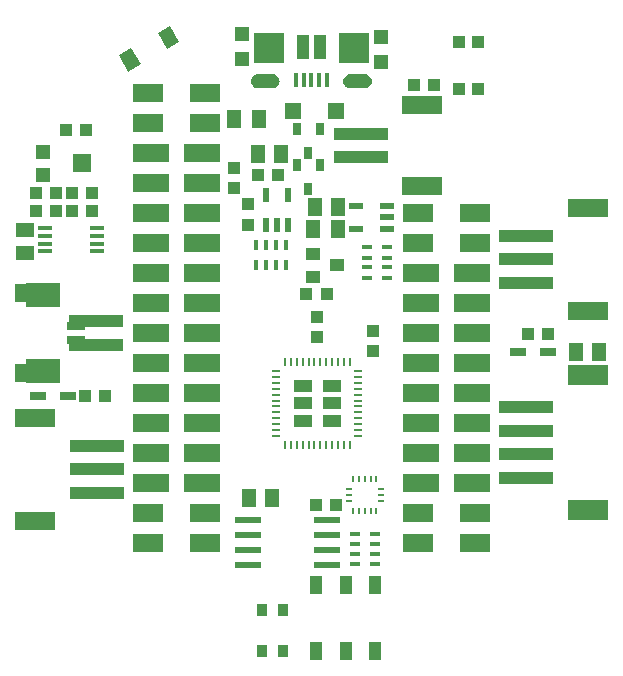
<source format=gbr>
G04 EAGLE Gerber RS-274X export*
G75*
%MOMM*%
%FSLAX34Y34*%
%LPD*%
%INSolderpaste Top*%
%IPPOS*%
%AMOC8*
5,1,8,0,0,1.08239X$1,22.5*%
G01*
%ADD10R,1.075000X1.000000*%
%ADD11R,1.200000X1.500000*%
%ADD12R,1.200000X1.200000*%
%ADD13R,1.000000X1.075000*%
%ADD14R,1.000000X1.000000*%
%ADD15R,1.000000X2.000000*%
%ADD16R,2.500000X2.500000*%
%ADD17R,0.300000X1.250000*%
%ADD18R,1.200000X0.550000*%
%ADD19R,4.600000X1.000000*%
%ADD20R,3.400000X1.600000*%
%ADD21R,0.550000X1.200000*%
%ADD22R,1.240000X1.500000*%
%ADD23R,0.750000X0.250000*%
%ADD24R,0.250000X0.750000*%
%ADD25R,1.500000X1.000000*%
%ADD26R,0.850000X1.000000*%
%ADD27R,2.200000X0.600000*%
%ADD28R,2.540000X1.524000*%
%ADD29R,3.048000X1.524000*%
%ADD30R,1.200000X1.000000*%
%ADD31R,1.000000X1.500000*%
%ADD32R,1.300000X0.400000*%
%ADD33R,1.500000X1.240000*%
%ADD34R,1.500000X1.600000*%
%ADD35R,1.400000X1.400000*%
%ADD36R,0.635000X1.016000*%
%ADD37R,0.900000X0.450000*%
%ADD38R,3.400000X1.700000*%
%ADD39R,0.250000X0.500000*%
%ADD40R,0.500000X0.250000*%
%ADD41R,1.200000X1.600000*%
%ADD42R,0.450000X0.900000*%
%ADD43R,1.350000X0.800000*%
%ADD44R,1.600000X0.800000*%
%ADD45R,3.000000X2.100000*%

G36*
X-33485Y241409D02*
X-33485Y241409D01*
X-33465Y241407D01*
X-32339Y241468D01*
X-32292Y241480D01*
X-32216Y241487D01*
X-31123Y241768D01*
X-31079Y241788D01*
X-31006Y241810D01*
X-29989Y242298D01*
X-29950Y242327D01*
X-29883Y242363D01*
X-28980Y243040D01*
X-28947Y243075D01*
X-28889Y243124D01*
X-28136Y243964D01*
X-28110Y244005D01*
X-28062Y244065D01*
X-27488Y245036D01*
X-27471Y245081D01*
X-27435Y245148D01*
X-27061Y246213D01*
X-27053Y246260D01*
X-27031Y246334D01*
X-26872Y247450D01*
X-26873Y247478D01*
X-26872Y247630D01*
X-27031Y248747D01*
X-27046Y248792D01*
X-27061Y248867D01*
X-27435Y249932D01*
X-27459Y249974D01*
X-27488Y250044D01*
X-28062Y251015D01*
X-28094Y251052D01*
X-28136Y251116D01*
X-28889Y251956D01*
X-28927Y251986D01*
X-28980Y252040D01*
X-29883Y252717D01*
X-29926Y252739D01*
X-29989Y252782D01*
X-31006Y253270D01*
X-31053Y253283D01*
X-31123Y253312D01*
X-32216Y253593D01*
X-32264Y253596D01*
X-32339Y253612D01*
X-33465Y253673D01*
X-33481Y253671D01*
X-33500Y253674D01*
X-44500Y253674D01*
X-44515Y253672D01*
X-44535Y253673D01*
X-45661Y253612D01*
X-45708Y253601D01*
X-45784Y253593D01*
X-46877Y253312D01*
X-46921Y253292D01*
X-46994Y253270D01*
X-48011Y252782D01*
X-48050Y252754D01*
X-48117Y252717D01*
X-49020Y252040D01*
X-49053Y252005D01*
X-49111Y251956D01*
X-49864Y251116D01*
X-49890Y251075D01*
X-49938Y251015D01*
X-50512Y250044D01*
X-50529Y249999D01*
X-50565Y249932D01*
X-50939Y248867D01*
X-50947Y248820D01*
X-50969Y248747D01*
X-51128Y247630D01*
X-51128Y247629D01*
X-51127Y247442D01*
X-50927Y246168D01*
X-50910Y246121D01*
X-50889Y246032D01*
X-50411Y244835D01*
X-50384Y244792D01*
X-50344Y244710D01*
X-49612Y243649D01*
X-49576Y243613D01*
X-49518Y243542D01*
X-48568Y242671D01*
X-48526Y242644D01*
X-48453Y242587D01*
X-47333Y241950D01*
X-47286Y241933D01*
X-47203Y241894D01*
X-45969Y241521D01*
X-45919Y241516D01*
X-45829Y241496D01*
X-44544Y241407D01*
X-44524Y241409D01*
X-44500Y241406D01*
X-33500Y241406D01*
X-33485Y241409D01*
G37*
G36*
X44515Y241409D02*
X44515Y241409D01*
X44535Y241407D01*
X45661Y241468D01*
X45708Y241480D01*
X45784Y241487D01*
X46877Y241768D01*
X46921Y241788D01*
X46994Y241810D01*
X48011Y242298D01*
X48050Y242327D01*
X48117Y242363D01*
X49020Y243040D01*
X49053Y243075D01*
X49111Y243124D01*
X49864Y243964D01*
X49890Y244005D01*
X49938Y244065D01*
X50512Y245036D01*
X50529Y245081D01*
X50565Y245148D01*
X50939Y246213D01*
X50947Y246260D01*
X50969Y246334D01*
X51128Y247450D01*
X51127Y247478D01*
X51128Y247630D01*
X50969Y248747D01*
X50954Y248792D01*
X50939Y248867D01*
X50565Y249932D01*
X50541Y249974D01*
X50512Y250044D01*
X49938Y251015D01*
X49906Y251052D01*
X49864Y251116D01*
X49111Y251956D01*
X49074Y251986D01*
X49020Y252040D01*
X48117Y252717D01*
X48074Y252739D01*
X48011Y252782D01*
X46994Y253270D01*
X46947Y253283D01*
X46877Y253312D01*
X45784Y253593D01*
X45736Y253596D01*
X45661Y253612D01*
X44535Y253673D01*
X44519Y253671D01*
X44500Y253674D01*
X33500Y253674D01*
X33485Y253672D01*
X33465Y253673D01*
X32339Y253612D01*
X32292Y253601D01*
X32216Y253593D01*
X31123Y253312D01*
X31079Y253292D01*
X31006Y253270D01*
X29989Y252782D01*
X29950Y252754D01*
X29883Y252717D01*
X28980Y252040D01*
X28947Y252005D01*
X28889Y251956D01*
X28136Y251116D01*
X28110Y251075D01*
X28062Y251015D01*
X27488Y250044D01*
X27471Y249999D01*
X27435Y249932D01*
X27061Y248867D01*
X27053Y248820D01*
X27031Y248747D01*
X26872Y247630D01*
X26872Y247629D01*
X26873Y247442D01*
X27073Y246168D01*
X27090Y246121D01*
X27111Y246032D01*
X27589Y244835D01*
X27616Y244792D01*
X27656Y244710D01*
X28388Y243649D01*
X28424Y243613D01*
X28482Y243542D01*
X29432Y242671D01*
X29474Y242644D01*
X29547Y242587D01*
X30667Y241950D01*
X30714Y241933D01*
X30797Y241894D01*
X32031Y241521D01*
X32081Y241516D01*
X32171Y241496D01*
X33456Y241407D01*
X33476Y241409D01*
X33500Y241406D01*
X44500Y241406D01*
X44515Y241409D01*
G37*
D10*
X-4180Y67140D03*
X12820Y67140D03*
D11*
X22600Y122405D03*
X1600Y122405D03*
D12*
X59290Y285040D03*
X59290Y264040D03*
D13*
X-65139Y173727D03*
X-65139Y156727D03*
D10*
X103750Y243840D03*
X86750Y243840D03*
D14*
X125350Y280985D03*
X141350Y280985D03*
X141350Y240985D03*
X125350Y240985D03*
D15*
X7500Y276540D03*
X-7500Y276540D03*
D16*
X36000Y275540D03*
X-36000Y275540D03*
D17*
X13000Y248790D03*
X6500Y248790D03*
X0Y248790D03*
X-6500Y248790D03*
X-13000Y248790D03*
D18*
X63801Y122580D03*
X63801Y132080D03*
X63801Y141580D03*
X37799Y141580D03*
X37799Y122580D03*
D19*
X41740Y203040D03*
X41740Y183040D03*
D20*
X93740Y227040D03*
X93740Y159040D03*
D21*
X-38710Y125429D03*
X-29210Y125429D03*
X-19710Y125429D03*
X-19710Y151431D03*
X-38710Y151431D03*
D12*
X-58420Y266360D03*
X-58420Y287360D03*
D13*
X-53340Y143120D03*
X-53340Y126120D03*
D22*
X22200Y140970D03*
X3200Y140970D03*
D10*
X-45330Y167640D03*
X-28330Y167640D03*
D23*
X-29670Y2100D03*
X-29670Y-2900D03*
X-29670Y-7900D03*
X-29670Y-12900D03*
X-29670Y-17900D03*
X-29670Y-22900D03*
X-29670Y-27900D03*
X-29670Y-32900D03*
X-29670Y-37900D03*
X-29670Y-42900D03*
X-29670Y-47900D03*
D24*
X-22420Y-60150D03*
X-17420Y-60150D03*
X-12420Y-60150D03*
X-7420Y-60150D03*
X-2420Y-60150D03*
X2580Y-60150D03*
X7580Y-60150D03*
X12580Y-60150D03*
X17580Y-60150D03*
X22580Y-60150D03*
X27580Y-60150D03*
D23*
X39830Y-52900D03*
X39830Y-47900D03*
X39830Y-42900D03*
X39830Y-37900D03*
X39830Y-32900D03*
X39830Y-27900D03*
X39830Y-22900D03*
X39830Y-17900D03*
X39830Y-12900D03*
X39830Y-7900D03*
X39830Y-2900D03*
D24*
X32580Y9350D03*
X27580Y9350D03*
X22580Y9350D03*
X17580Y9350D03*
X12580Y9350D03*
X7580Y9350D03*
X2580Y9350D03*
X-2420Y9350D03*
X-7420Y9350D03*
X-12420Y9350D03*
X-17420Y9350D03*
D25*
X17580Y-10400D03*
X17580Y-25400D03*
X17580Y-40400D03*
X-7420Y-40400D03*
X-7420Y-25400D03*
X-7420Y-10400D03*
D23*
X-29670Y-52900D03*
D24*
X32580Y-60150D03*
D23*
X39830Y2100D03*
D24*
X-22420Y9350D03*
D13*
X5080Y30870D03*
X5080Y47870D03*
D22*
X-33680Y-105410D03*
X-52680Y-105410D03*
D26*
X-24270Y-200305D03*
X-24270Y-235305D03*
X-41770Y-200305D03*
X-41770Y-235305D03*
D27*
X12830Y-149860D03*
X-53470Y-149860D03*
X12830Y-162560D03*
X12830Y-137160D03*
X12830Y-124460D03*
X-53470Y-162560D03*
X-53470Y-137160D03*
X-53470Y-124460D03*
D28*
X-90170Y237490D03*
X-138430Y237490D03*
X-90170Y212090D03*
X-138430Y212090D03*
D29*
X-135890Y186690D03*
X-92710Y186690D03*
X-135890Y161290D03*
X-92710Y161290D03*
X-135890Y135890D03*
X-92710Y135890D03*
X-135890Y110490D03*
X-92710Y110490D03*
X-135890Y85090D03*
X-92710Y85090D03*
X-135890Y59690D03*
X-92710Y59690D03*
X-135890Y34290D03*
X-92710Y34290D03*
X-135890Y8890D03*
X-92710Y8890D03*
X-135890Y-16510D03*
X-92710Y-16510D03*
X-135890Y-41910D03*
X-92710Y-41910D03*
X-135890Y-67310D03*
X-92710Y-67310D03*
X-135890Y-92710D03*
X-92710Y-92710D03*
D28*
X-138430Y-118110D03*
X-90170Y-118110D03*
X-138430Y-143510D03*
X-90170Y-143510D03*
X138430Y135890D03*
X90170Y135890D03*
X138430Y110490D03*
X90170Y110490D03*
D29*
X92710Y85090D03*
X135890Y85090D03*
X92710Y59690D03*
X135890Y59690D03*
X92710Y34290D03*
X135890Y34290D03*
X92710Y8890D03*
X135890Y8890D03*
X92710Y-16510D03*
X135890Y-16510D03*
X92710Y-41910D03*
X135890Y-41910D03*
X92710Y-67310D03*
X135890Y-67310D03*
X92710Y-92710D03*
X135890Y-92710D03*
D28*
X90170Y-118110D03*
X138430Y-118110D03*
X90170Y-143510D03*
X138430Y-143510D03*
D22*
X224180Y18415D03*
X243180Y18415D03*
D11*
X-65110Y215265D03*
X-44110Y215265D03*
D30*
X21430Y91440D03*
X1430Y81940D03*
X1430Y100940D03*
D19*
X181915Y116520D03*
X181915Y96520D03*
D20*
X233915Y140520D03*
X233915Y52520D03*
D19*
X181915Y76520D03*
X-181915Y-101280D03*
X-181915Y-81280D03*
D20*
X-233915Y-125280D03*
X-233915Y-37280D03*
D19*
X-181915Y-61280D03*
X-182075Y24290D03*
X-182075Y44290D03*
D20*
X-234075Y290D03*
X-234075Y68290D03*
D31*
X54210Y-235010D03*
X29210Y-235010D03*
X4210Y-235010D03*
X4210Y-179010D03*
X29210Y-179010D03*
X54210Y-179010D03*
D32*
X-181200Y103280D03*
X-181200Y109780D03*
X-181200Y116280D03*
X-181200Y122780D03*
X-225200Y122780D03*
X-225200Y116280D03*
X-225200Y109780D03*
X-225200Y103280D03*
D10*
X-233290Y137160D03*
X-216290Y137160D03*
X-202810Y152400D03*
X-185810Y152400D03*
X-233290Y152400D03*
X-216290Y152400D03*
D33*
X-242570Y121260D03*
X-242570Y102260D03*
D34*
X-194320Y177800D03*
D12*
X-226820Y187800D03*
X-226820Y167800D03*
D10*
X-202810Y137160D03*
X-185810Y137160D03*
D22*
X-26060Y185420D03*
X-45060Y185420D03*
D35*
X-15960Y222250D03*
X21040Y222250D03*
D36*
X-2540Y156370D03*
X-12040Y176370D03*
X6960Y176370D03*
D37*
X47380Y80980D03*
X64380Y80980D03*
X47380Y89980D03*
X47380Y97980D03*
X47380Y106980D03*
X64380Y106980D03*
X64380Y89980D03*
X64380Y97980D03*
D19*
X182075Y-28420D03*
X182075Y-48420D03*
D38*
X234075Y-1420D03*
X234075Y-115420D03*
D19*
X182075Y-68420D03*
X182075Y-88420D03*
D36*
X-2540Y186850D03*
X-12040Y206850D03*
X6960Y206850D03*
D39*
X35085Y-116370D03*
X40085Y-116370D03*
X45085Y-116370D03*
X50085Y-116370D03*
X55085Y-116370D03*
D40*
X58585Y-107870D03*
X58585Y-102870D03*
X58585Y-97870D03*
D39*
X55085Y-89370D03*
X50085Y-89370D03*
X45085Y-89370D03*
X40085Y-89370D03*
X35085Y-89370D03*
D40*
X31585Y-97870D03*
X31585Y-102870D03*
X31585Y-107870D03*
D41*
G36*
X-144625Y261604D02*
X-155017Y255604D01*
X-163017Y269460D01*
X-152625Y275460D01*
X-144625Y261604D01*
G37*
G36*
X-111716Y280604D02*
X-122108Y274604D01*
X-130108Y288460D01*
X-119716Y294460D01*
X-111716Y280604D01*
G37*
D10*
X-207890Y206375D03*
X-190890Y206375D03*
D37*
X37220Y-161590D03*
X54220Y-161590D03*
X37220Y-152590D03*
X37220Y-144590D03*
X37220Y-135590D03*
X54220Y-135590D03*
X54220Y-152590D03*
X54220Y-144590D03*
D42*
X-21290Y91830D03*
X-21290Y108830D03*
X-30290Y91830D03*
X-38290Y91830D03*
X-47290Y91830D03*
X-47290Y108830D03*
X-30290Y108830D03*
X-38290Y108830D03*
D10*
X20565Y-111760D03*
X3565Y-111760D03*
D13*
X52070Y18805D03*
X52070Y35805D03*
D10*
X-174380Y-19050D03*
X-191380Y-19050D03*
X183270Y33020D03*
X200270Y33020D03*
D43*
X-205740Y-19050D03*
X-231140Y-19050D03*
X200660Y17780D03*
X175260Y17780D03*
D44*
X-199390Y40540D03*
X-199390Y28040D03*
D45*
X-226890Y66140D03*
X-226890Y2440D03*
M02*

</source>
